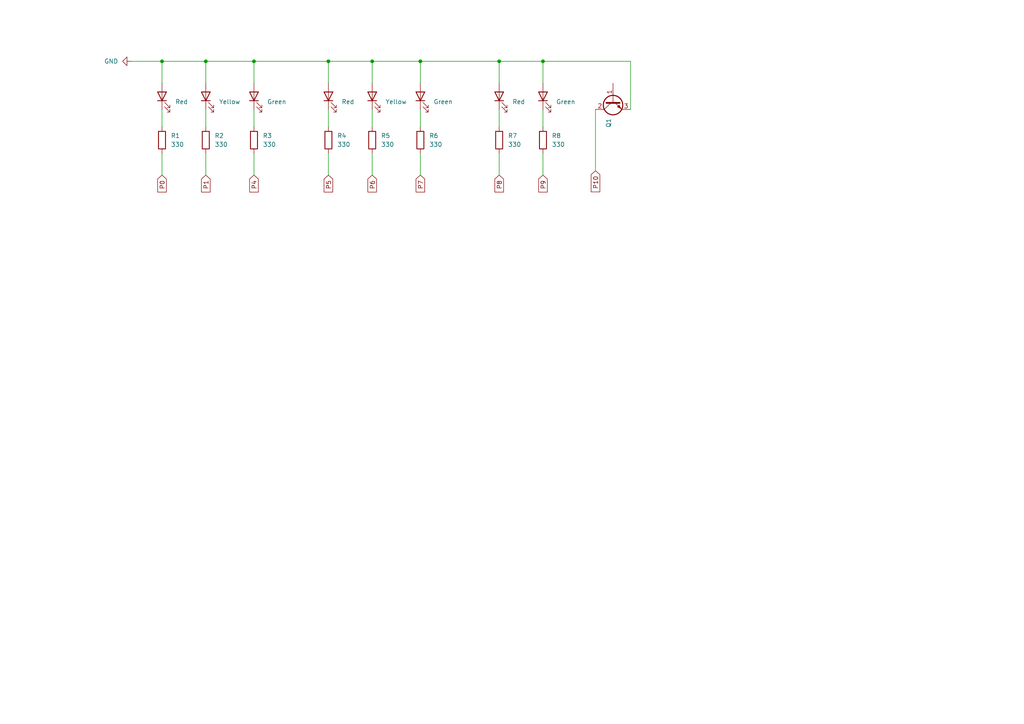
<source format=kicad_sch>
(kicad_sch (version 20230121) (generator eeschema)
  (paper "A4")
  (lib_symbols
    (symbol "Device:LED" (pin_numbers hide) (pin_names (offset 1.016) hide)
      (property "Reference" "D" (at 0 2.54 0))
      (property "Value" "LED" (at 0 -2.54 0))
      (symbol "LED_0_1"
        (polyline (pts (xy -1.27 -1.27) (xy -1.27 1.27)) (stroke (width 0.254)))
        (polyline (pts (xy -1.27 0) (xy 1.27 0)))
        (polyline (pts (xy 1.27 -1.27) (xy 1.27 1.27) (xy -1.27 0) (xy 1.27 -1.27)) (stroke (width 0.254)))
        (polyline (pts (xy -3.048 -0.762) (xy -4.572 -2.286) (xy -3.81 -2.286) (xy -4.572 -2.286) (xy -4.572 -1.524)))
        (polyline (pts (xy -1.778 -0.762) (xy -3.302 -2.286) (xy -2.54 -2.286) (xy -3.302 -2.286) (xy -3.302 -1.524)))
      )
      (symbol "LED_1_1"
        (pin passive line (at -3.81 0 0) (length 2.54) (name "K") (number "1"))
        (pin passive line (at 3.81 0 180) (length 2.54) (name "A") (number "2"))
      )
    )
    (symbol "Device:R" (pin_numbers hide) (pin_names (offset 0))
      (property "Reference" "R" (at 2.032 0 90))
      (property "Value" "R" (at 0 0 90))
      (symbol "R_0_1"
        (rectangle (start -1.016 -2.54) (end 1.016 2.54) (stroke (width 0.254)))
      )
      (symbol "R_1_1"
        (pin passive line (at 0 3.81 270) (length 1.27) (name "~") (number "1"))
        (pin passive line (at 0 -3.81 90) (length 1.27) (name "~") (number "2"))
      )
    )
    (symbol "Transistor_BJT:BUT11" (pin_names (offset 0) hide)
      (property "Reference" "Q" (at 5.08 1.905 0))
      (property "Value" "BUT11" (at 5.08 0 0))
      (symbol "BUT11_0_1"
        (polyline (pts (xy 0 0) (xy 0.635 0)))
        (polyline (pts (xy 2.54 -2.54) (xy 0.635 -0.635)))
        (polyline (pts (xy 2.54 2.54) (xy 0.635 0.635)))
        (polyline (pts (xy 0.635 1.905) (xy 0.635 -1.905) (xy 0.635 -1.905)) (stroke (width 0.508)))
        (polyline (pts (xy 2.286 -2.286) (xy 1.778 -1.778) (xy 1.778 -1.778)))
        (polyline (pts (xy 1.27 -1.778) (xy 1.778 -1.27) (xy 2.286 -2.286) (xy 1.27 -1.778) (xy 1.27 -1.778)) (fill (type outline)))
        (circle (center 1.27 0) (radius 2.8194) (stroke (width 0.3048)))
      )
      (symbol "BUT11_1_1"
        (pin input line (at -5.08 0 0) (length 5.08) (name "B") (number "1"))
        (pin passive line (at 2.54 5.08 270) (length 2.54) (name "C") (number "2"))
        (pin passive line (at 2.54 -5.08 90) (length 2.54) (name "E") (number "3"))
      )
    )
    (symbol "power:GND" (power) (pin_names (offset 0))
      (property "Value" "GND" (at 0 -3.81 0))
      (symbol "GND_0_1"
        (polyline (pts (xy 0 0) (xy 0 -1.27) (xy 1.27 -1.27) (xy 0 -2.54) (xy -1.27 -1.27) (xy 0 -1.27)))
      )
      (symbol "GND_1_1"
        (pin power_in line (at 0 0 270) (length 0) hide (name "GND") (number "1"))
      )
    )
  )
  (junction (at 144.78 17.78))
  (junction (at 59.69 17.78))
  (junction (at 107.95 17.78))
  (junction (at 121.92 17.78))
  (junction (at 157.48 17.78))
  (junction (at 95.25 17.78))
  (junction (at 46.99 17.78))
  (junction (at 73.66 17.78))
  (wire (pts (xy 121.92 31.75) (xy 121.92 36.83)))
  (wire (pts (xy 121.92 44.45) (xy 121.92 50.8)))
  (wire (pts (xy 59.69 44.45) (xy 59.69 50.8)))
  (wire (pts (xy 95.25 44.45) (xy 95.25 50.8)))
  (wire (pts (xy 144.78 44.45) (xy 144.78 50.8)))
  (wire (pts (xy 107.95 17.78) (xy 121.92 17.78)))
  (wire (pts (xy 73.66 17.78) (xy 95.25 17.78)))
  (wire (pts (xy 107.95 24.13) (xy 107.95 17.78)))
  (wire (pts (xy 121.92 24.13) (xy 121.92 17.78)))
  (wire (pts (xy 95.25 31.75) (xy 95.25 36.83)))
  (wire (pts (xy 121.92 17.78) (xy 144.78 17.78)))
  (wire (pts (xy 144.78 17.78) (xy 157.48 17.78)))
  (wire (pts (xy 182.88 17.78) (xy 182.88 31.75)))
  (wire (pts (xy 73.66 44.45) (xy 73.66 50.8)))
  (wire (pts (xy 59.69 17.78) (xy 73.66 17.78)))
  (wire (pts (xy 73.66 17.78) (xy 73.66 24.13)))
  (wire (pts (xy 38.1 17.78) (xy 46.99 17.78)))
  (wire (pts (xy 46.99 17.78) (xy 59.69 17.78)))
  (wire (pts (xy 59.69 31.75) (xy 59.69 36.83)))
  (wire (pts (xy 73.66 31.75) (xy 73.66 36.83)))
  (wire (pts (xy 95.25 17.78) (xy 107.95 17.78)))
  (wire (pts (xy 144.78 17.78) (xy 144.78 24.13)))
  (wire (pts (xy 144.78 31.75) (xy 144.78 36.83)))
  (wire (pts (xy 157.48 17.78) (xy 157.48 24.13)))
  (wire (pts (xy 107.95 44.45) (xy 107.95 50.8)))
  (wire (pts (xy 107.95 31.75) (xy 107.95 36.83)))
  (wire (pts (xy 172.72 31.75) (xy 172.72 49.53)))
  (wire (pts (xy 46.99 24.13) (xy 46.99 17.78)))
  (wire (pts (xy 157.48 31.75) (xy 157.48 36.83)))
  (wire (pts (xy 46.99 31.75) (xy 46.99 36.83)))
  (wire (pts (xy 46.99 44.45) (xy 46.99 50.8)))
  (wire (pts (xy 95.25 17.78) (xy 95.25 24.13)))
  (wire (pts (xy 157.48 44.45) (xy 157.48 50.8)))
  (wire (pts (xy 182.88 17.78) (xy 157.48 17.78)))
  (wire (pts (xy 59.69 17.78) (xy 59.69 24.13)))
  (global_label "P10" (shape input) (at 172.72 49.53 270) (property "Intersheetrefs" "${INTERSHEET_REFS}" (effects hide)))
  (global_label "P1" (shape input) (at 59.69 50.8 270) (property "Intersheetrefs" "${INTERSHEET_REFS}" (effects hide)))
  (global_label "P7" (shape input) (at 121.92 50.8 270) (property "Intersheetrefs" "${INTERSHEET_REFS}" (effects hide)))
  (global_label "P8" (shape input) (at 144.78 50.8 270) (property "Intersheetrefs" "${INTERSHEET_REFS}" (effects hide)))
  (global_label "P6" (shape input) (at 107.95 50.8 270) (property "Intersheetrefs" "${INTERSHEET_REFS}" (effects hide)))
  (global_label "P9" (shape input) (at 157.48 50.8 270) (property "Intersheetrefs" "${INTERSHEET_REFS}" (effects hide)))
  (global_label "P5" (shape input) (at 95.25 50.8 270) (property "Intersheetrefs" "${INTERSHEET_REFS}" (effects hide)))
  (global_label "P0" (shape input) (at 46.99 50.8 270) (property "Intersheetrefs" "${INTERSHEET_REFS}" (effects hide)))
  (global_label "P4" (shape input) (at 73.66 50.8 270) (property "Intersheetrefs" "${INTERSHEET_REFS}" (effects hide)))
  (symbol (lib_id "Device:R") (at 73.66 40.64 0) (unit 1)
    (property "Reference" "R3" (at 76.2 39.37 0) (effects (justify left)))
    (property "Value" "330" (at 76.2 41.91 0) (effects (justify left)))
  )
  (symbol (lib_id "Device:R") (at 59.69 40.64 0) (unit 1)
    (property "Reference" "R2" (at 62.23 39.37 0) (effects (justify left)))
    (property "Value" "330" (at 62.23 41.91 0) (effects (justify left)))
  )
  (symbol (lib_id "Device:LED") (at 46.99 27.94 90) (unit 1)
    (property "Reference" "Red" (at 50.8 29.5275 90) (effects (justify right)))
    (property "Value" "LED" (effects hide))
  )
  (symbol (lib_id "Device:LED") (at 73.66 27.94 90) (unit 1)
    (property "Reference" "Green" (at 77.47 29.5275 90) (effects (justify right)))
    (property "Value" "LED" (effects hide))
  )
  (symbol (lib_id "power:GND") (at 38.1 17.78 270) (unit 1)
    (property "Reference" "#PWR01" (effects hide))
    (property "Value" "GND" (at 34.29 17.78 90) (effects (justify right)))
  )
  (symbol (lib_id "Device:LED") (at 144.78 27.94 90) (unit 1)
    (property "Reference" "Red" (at 148.59 29.5275 90) (effects (justify right)))
    (property "Value" "LED" (effects hide))
  )
  (symbol (lib_id "Device:LED") (at 59.69 27.94 90) (unit 1)
    (property "Reference" "Yellow" (at 63.5 29.5275 90) (effects (justify right)))
    (property "Value" "LED" (effects hide))
  )
  (symbol (lib_id "Device:R") (at 46.99 40.64 0) (unit 1)
    (property "Reference" "R1" (at 49.53 39.37 0) (effects (justify left)))
    (property "Value" "330" (at 49.53 41.91 0) (effects (justify left)))
  )
  (symbol (lib_id "Device:LED") (at 95.25 27.94 90) (unit 1)
    (property "Reference" "Red" (at 99.06 29.5275 90) (effects (justify right)))
    (property "Value" "LED" (effects hide))
  )
  (symbol (lib_id "Device:LED") (at 107.95 27.94 90) (unit 1)
    (property "Reference" "Yellow" (at 111.76 29.5275 90) (effects (justify right)))
    (property "Value" "LED" (effects hide))
  )
  (symbol (lib_id "Device:R") (at 144.78 40.64 0) (unit 1)
    (property "Reference" "R7" (at 147.32 39.37 0) (effects (justify left)))
    (property "Value" "330" (at 147.32 41.91 0) (effects (justify left)))
  )
  (symbol (lib_id "Transistor_BJT:BUT11") (at 177.8 29.21 90) (mirror x) (unit 1)
    (property "Reference" "Q1" (at 176.53 34.29 0) (effects (justify left)))
    (property "Value" "BUT11" (effects hide))
    (property "Footprint" "Package_TO_SOT_THT:TO-220-3_Vertical" (effects hide))
    (property "Datasheet" "https://www.onsemi.com/pub/Collateral/BUT11A-D.pdf" (effects hide))
  )
  (symbol (lib_id "Device:R") (at 121.92 40.64 0) (unit 1)
    (property "Reference" "R6" (at 124.46 39.37 0) (effects (justify left)))
    (property "Value" "330" (at 124.46 41.91 0) (effects (justify left)))
  )
  (symbol (lib_id "Device:LED") (at 121.92 27.94 90) (unit 1)
    (property "Reference" "Green" (at 125.73 29.5275 90) (effects (justify right)))
    (property "Value" "LED" (effects hide))
  )
  (symbol (lib_id "Device:LED") (at 157.48 27.94 90) (unit 1)
    (property "Reference" "Green" (at 161.29 29.5275 90) (effects (justify right)))
    (property "Value" "LED" (effects hide))
  )
  (symbol (lib_id "Device:R") (at 157.48 40.64 0) (unit 1)
    (property "Reference" "R8" (at 160.02 39.37 0) (effects (justify left)))
    (property "Value" "330" (at 160.02 41.91 0) (effects (justify left)))
  )
  (symbol (lib_id "Device:R") (at 95.25 40.64 0) (unit 1)
    (property "Reference" "R4" (at 97.79 39.37 0) (effects (justify left)))
    (property "Value" "330" (at 97.79 41.91 0) (effects (justify left)))
  )
  (symbol (lib_id "Device:R") (at 107.95 40.64 0) (unit 1)
    (property "Reference" "R5" (at 110.49 39.37 0) (effects (justify left)))
    (property "Value" "330" (at 110.49 41.91 0) (effects (justify left)))
  )
)
</source>
